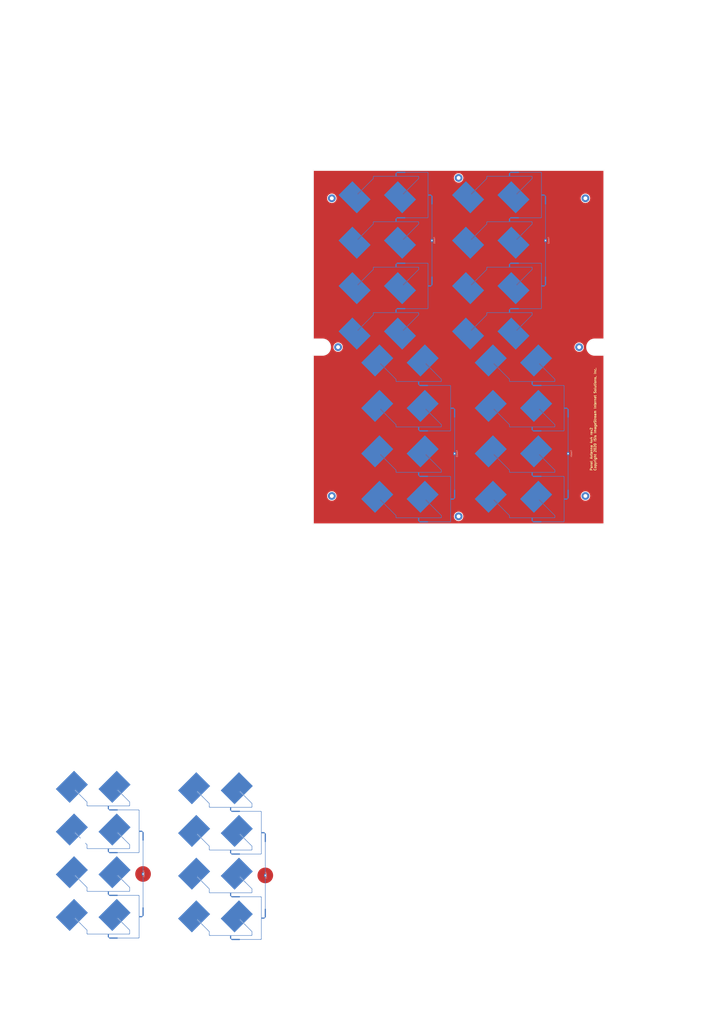
<source format=kicad_pcb>
(kicad_pcb (version 20210108) (generator pcbnew)
  (layers (0 "F.Cu" signal) (31 "B.Cu" signal) (34 "B.Paste" user) (35 "F.Paste" user) (36 "B.SilkS" user "B.Silkscreen") (37 "F.SilkS" user "F.Silkscreen") (38 "B.Mask" user) (39 "F.Mask" user) (44 "Edge.Cuts" user))
  (net 0 "")
  (net 1 "GND")
  (net 2 "/A1E1")
  (net 3 "/A1E2")
  (net 4 "/A1E3S2")
  (net 5 "/A1E3")
  (net 6 "/A1E4")
  (net 7 "/A1E5")
  (net 8 "/A1E6")
  (net 9 "/A1E7")
  (net 10 "/A1E8")
  (net 11 "/A1P1")
  (footprint "MountingHole:MountingHole_2.5mm_Pad_TopBottom" (layer "F.Cu") (at 93 5)
    (fp_text reference "H10" hide)
    (fp_text value "Mounting Hole")
  )
  (footprint "MountingHole:MountingHole_2.5mm_Pad_TopBottom" (layer "F.Cu") (at 170 113)
    (fp_text reference "H12" hide)
    (fp_text value "Mounting Hole")
  )
  (footprint "MountingHole:MountingHole_2.5mm_Pad_TopBottom" (layer "F.Cu") (at 174 208 90)
    (fp_text reference "H4" hide)
    (fp_text value "Mounting Hole")
  )
  (footprint "MountingHole:MountingHole_2.5mm_Pad_TopBottom" (layer "F.Cu") (at 93 221)
    (fp_text reference "H9" hide)
    (fp_text value "Mounting Hole")
  )
  (footprint "MountingHole:MountingHole_2.5mm_Pad_TopBottom" (layer "F.Cu") (at 174 18)
    (fp_text reference "H2" hide)
    (fp_text value "Mounting Hole")
  )
  (footprint "MountingHole:MountingHole_2.5mm_Pad_TopBottom" (layer "F.Cu") (at 12 208)
    (fp_text reference "H3" hide)
    (fp_text value "Mounting Hole")
  )
  (footprint "MountingHole:MountingHole_2.5mm_Pad_TopBottom" (layer "F.Cu") (at 12 18)
    (fp_text reference "H1" hide)
    (fp_text value "Mounting Hole")
  )
  (footprint "MountingHole:MountingHole_2.5mm_Pad_TopBottom" (layer "F.Cu") (at 16 113)
    (fp_text reference "H11" hide)
    (fp_text value "Mounting Hole")
  )
  (footprint "Scott-RF-JLCPCB-1.2mm7628-4layer:RF-Transformer-70.71ohm" (layer "B.Cu") (at 75.99 15.94 90)
    (fp_text reference "REF**" hide)
    (fp_text value "RF-Transformer-70.71ohm" hide)
  )
  (footprint "Scott:PanelAnt5.0_V_UP_100R" (layer "B.Cu") (at -154.0715 393.615 45)
    (fp_text reference "AE5" hide)
    (fp_text value "Antenna" hide)
  )
  (footprint "Scott-RF-JLCPCB-1.2mm7628-4layer:RF-Transformer-70.71ohm-Right" (layer "B.Cu") (at 67.48 137.466136)
    (fp_text reference "REF**" hide)
    (fp_text value "RF-Transformer-70.71ohm-Right" hide)
  )
  (footprint "Scott-RF-JLCPCB-1.2mm7628-4layer:RF-Angle-100ohm" (layer "B.Cu") (at 87.9 137.466136 90)
    (fp_text reference "AA5" hide)
    (fp_text value "RFAngle" hide)
  )
  (footprint "Scott:PanelAnt5.0_V_UP_100R" (layer "B.Cu") (at -48.72 476.3 45)
    (fp_text reference "AE4" hide)
    (fp_text value "Antenna" hide)
  )
  (footprint "Scott-RF-JLCPCB-1.2mm7628-4layer:RF-Transformer-70.71ohm" (layer "B.Cu") (at 90.45 151.966136 90)
    (fp_text reference "REF**" hide)
    (fp_text value "RF-Transformer-70.71ohm" hide)
  )
  (footprint "Scott-RF-JLCPCB-1.2mm7628-4layer:RF-Angle-100ohm" (layer "B.Cu") (at 53 163.921136 -90)
    (fp_text reference "AA5" hide)
    (fp_text value "RFAngle" hide)
  )
  (footprint "Scott-RF-JLCPCB-1.2mm7628-4layer:RF-Transformer-70.71ohm-Right" (layer "B.Cu") (at 90.45 209.966136 90)
    (fp_text reference "REF**" hide)
    (fp_text value "RF-Transformer-70.71ohm-Right" hide)
  )
  (footprint "Scott-RF-JLCPCB-1.2mm7628-4layer:RF-Transformer-70.71ohm" (layer "B.Cu") (at 53.03 59.44 180)
    (fp_text reference "REF**" hide)
    (fp_text value "RF-Transformer-70.71ohm" hide)
  )
  (footprint "Scott:PanelAnt5.0_V_UP_100R" (layer "B.Cu") (at 70.018864 150.51 45)
    (fp_text reference "AE3" hide)
    (fp_text value "Antenna" hide)
  )
  (footprint "Scott:Flat_Ant_Hole" (layer "B.Cu") (at -108.5815 449.25 90)
    (fp_text reference "Feed1")
    (fp_text value "Feed1")
  )
  (footprint "Scott-RF-JLCPCB-1.2mm7628-4layer:RF-Transformer-70.71ohm-Right" (layer "B.Cu") (at -130.7365 462.88)
    (fp_text reference "REF**" hide)
    (fp_text value "RF-Transformer-70.71ohm-Right" hide)
  )
  (footprint "Scott-RF-JLCPCB-1.2mm7628-4layer:RF-Transformer-70.71ohm" (layer "B.Cu") (at 125.53 1.44 180)
    (fp_text reference "REF**" hide)
    (fp_text value "RF-Transformer-70.71ohm" hide)
  )
  (footprint "Scott-RF-JLCPCB-1.2mm7628-4layer:RF-Angle-100ohm" (layer "B.Cu") (at 67.5 32.985 90)
    (fp_text reference "AA5" hide)
    (fp_text value "RFAngle" hide)
  )
  (footprint "Scott-RF-JLCPCB-1.2mm7628-4layer:RF-Transformer-70.71ohm-Right" (layer "B.Cu") (at -108.5665 476.51 90)
    (fp_text reference "REF**" hide)
    (fp_text value "RF-Transformer-70.71ohm-Right" hide)
  )
  (footprint "Scott-RF-JLCPCB-1.2mm7628-4layer:RF-Angle-100ohm" (layer "B.Cu") (at 67.51 3.985 90)
    (fp_text reference "AA5" hide)
    (fp_text value "RFAngle" hide)
  )
  (footprint "Scott:PanelAnt5.0_V_UP_100R" (layer "B.Cu") (at -75.98 476.3 45)
    (fp_text reference "AE2" hide)
    (fp_text value "Antenna" hide)
  )
  (footprint "Scott:PanelAnt5.0_V_UP_100R" (layer "B.Cu") (at -126.8115 420.875 45)
    (fp_text reference "AE8" hide)
    (fp_text value "Antenna" hide)
  )
  (footprint "Scott:PanelAnt5.0_V_UP_100R" (layer "B.Cu") (at 142.518864 208.51 45)
    (fp_text reference "AE3" hide)
    (fp_text value "Antenna" hide)
  )
  (footprint "Scott-RF-JLCPCB-1.2mm7628-4layer:RF-Angle-100ohm" (layer "B.Cu") (at 87.9 224.466136)
    (fp_text reference "AA5" hide)
    (fp_text value "RFAngle" hide)
  )
  (footprint "Scott:Flat_Ant_Hole" (layer "B.Cu") (at 162.95 180.966136 90)
    (fp_text reference "Feed4")
    (fp_text value "Feed1")
  )
  (footprint "Scott:PanelAnt5.0_V_UP_100R" (layer "B.Cu") (at 99.05 46.365 135)
    (fp_text reference "AE8" hide)
    (fp_text value "Antenna" hide)
  )
  (footprint "Scott:PanelAnt5.0_V_UP_100R" (layer "B.Cu") (at 70.018864 208.51 45)
    (fp_text reference "AE3" hide)
    (fp_text value "Antenna" hide)
  )
  (footprint "Scott-RF-JLCPCB-1.2mm7628-4layer:RF-Angle-100ohm" (layer "B.Cu") (at 145.94 30.44)
    (fp_text reference "AA5" hide)
    (fp_text value "RFAngle" hide)
  )
  (footprint "Scott-RF-JLCPCB-1.2mm7628-4layer:RF-Angle-100ohm" (layer "B.Cu") (at 154.5 134.921136)
    (fp_text reference "AA5" hide)
    (fp_text value "RFAngle" hide)
  )
  (footprint "Scott:PanelAnt5.0_V_UP_100R" (layer "B.Cu") (at 41.018864 121.51 45)
    (fp_text reference "AE1" hide)
    (fp_text value "Antenna" hide)
  )
  (footprint "Scott:PanelAnt5.0_V_UP_100R" (layer "B.Cu") (at -75.98 394.52 45)
    (fp_text reference "AE5" hide)
    (fp_text value "Antenna" hide)
  )
  (footprint "Scott:PanelAnt5.0_V_UP_100R" (layer "B.Cu") (at 128.05 17.365 135)
    (fp_text reference "AE6" hide)
    (fp_text value "Antenna" hide)
  )
  (footprint "Scott-RF-JLCPCB-1.2mm7628-4layer:RF-Angle-100ohm" (layer "B.Cu") (at 154.5 192.921136)
    (fp_text reference "AA5" hide)
    (fp_text value "RFAngle" hide)
  )
  (footprint "Scott-RF-JLCPCB-1.2mm7628-4layer:RF-Angle-100ohm" (layer "B.Cu") (at 73.44 88.44)
    (fp_text reference "AA5" hide)
    (fp_text value "RFAngle" hide)
  )
  (footprint "Scott-RF-JLCPCB-1.2mm7628-4layer:RF-Transformer-70.71ohm-Right" (layer "B.Cu") (at -130.7365 490.14)
    (fp_text reference "REF**" hide)
    (fp_text value "RF-Transformer-70.71ohm-Right" hide)
  )
  (footprint "Scott-RF-JLCPCB-1.2mm7628-4layer:RF-Angle-100ohm" (layer "B.Cu") (at 140.01 3.985 90)
    (fp_text reference "AA5" hide)
    (fp_text value "RFAngle" hide)
  )
  (footprint "Scott-RF-JLCPCB-1.2mm7628-4layer:RF-Transformer-70.71ohm" (layer "B.Cu") (at 125.53 59.44 180)
    (fp_text reference "REF**" hide)
    (fp_text value "RF-Transformer-70.71ohm" hide)
  )
  (footprint "Scott-RF-JLCPCB-1.2mm7628-4layer:RF-Transformer-70.71ohm-Right" (layer "B.Cu") (at -130.7365 435.62)
    (fp_text reference "REF**" hide)
    (fp_text value "RF-Transformer-70.71ohm-Right" hide)
  )
  (footprint "Scott-RF-JLCPCB-1.2mm7628-4layer:RF-Transformer-70.71ohm-Right" (layer "B.Cu") (at -130.7365 408.36)
    (fp_text reference "REF**" hide)
    (fp_text value "RF-Transformer-70.71ohm-Right" hide)
  )
  (footprint "Scott:PanelAnt5.0_V_UP_100R" (layer "B.Cu") (at 128.05 46.365 135)
    (fp_text reference "AE1" hide)
    (fp_text value "Antenna" hide)
  )
  (footprint "Scott-RF-JLCPCB-1.2mm7628-4layer:RF-Transformer-70.71ohm" (layer "B.Cu") (at 53.03 1.44 180)
    (fp_text reference "REF**" hide)
    (fp_text value "RF-Transformer-70.71ohm" hide)
  )
  (footprint "Scott-RF-JLCPCB-1.2mm7628-4layer:RF-Angle-100ohm" (layer "B.Cu") (at 67.51 61.985 90)
    (fp_text reference "AA5" hide)
    (fp_text value "RFAngle" hide)
  )
  (footprint "Scott-RF-JLCPCB-1.2mm7628-4layer:RF-Transformer-70.71ohm" (layer "B.Cu") (at 148.49 15.94 90)
    (fp_text reference "REF**" hide)
    (fp_text value "RF-Transformer-70.71ohm" hide)
  )
  (footprint "Scott-RF-JLCPCB-1.2mm7628-4layer:RF-Transformer-70.71ohm-Right" (layer "B.Cu") (at 139.98 224.466136)
    (fp_text reference "REF**" hide)
    (fp_text value "RF-Transformer-70.71ohm-Right" hide)
  )
  (footprint "Scott:PanelAnt5.0_V_UP_100R" (layer "B.Cu") (at 41.018864 208.51 45)
    (fp_text reference "AE6" hide)
    (fp_text value "Antenna" hide)
  )
  (footprint "Scott-RF-JLCPCB-1.2mm7628-4layer:RF-Angle-100ohm" (layer "B.Cu") (at -33.02 436.525)
    (fp_text reference "AA5" hide)
    (fp_text value "RFAngle" hide)
  )
  (footprint "Scott:PanelAnt5.0_V_UP_100R" (layer "B.Cu") (at -154.0715 420.875 45)
    (fp_text reference "AE6" hide)
    (fp_text value "Antenna" hide)
  )
  (footprint "Scott:PanelAnt5.0_V_UP_100R" (layer "B.Cu") (at 142.518864 150.51 45)
    (fp_text reference "AE3" hide)
    (fp_text value "Antenna" hide)
  )
  (footprint "Scott-RF-JLCPCB-1.2mm7628-4layer:RF-Angle-100ohm" (layer "B.Cu") (at 125.5 134.921136 -90)
    (fp_text reference "AA5" hide)
    (fp_text value "RFAngle" hide)
  )
  (footprint "Scott-RF-JLCPCB-1.2mm7628-4layer:RF-Angle-100ohm" (layer "B.Cu") (at -33.02 491.045)
    (fp_text reference "AA5" hide)
    (fp_text value "RFAngle" hide)
  )
  (footprint "Scott:PanelAnt5.0_V_UP_100R" (layer "B.Cu") (at 55.55 46.365 135)
    (fp_text reference "AE1" hide)
    (fp_text value "Antenna" hide)
  )
  (footprint "Scott-RF-JLCPCB-1.2mm7628-4layer:RF-Transformer-70.71ohm-Right" (layer "B.Cu") (at -52.645 409.265)
    (fp_text reference "REF**" hide)
    (fp_text value "RF-Transformer-70.71ohm-Right" hide)
  )
  (footprint "Scott-RF-JLCPCB-1.2mm7628-4layer:RF-Angle-100ohm" (layer "B.Cu") (at 67.5 90.985 90)
    (fp_text reference "AA5" hide)
    (fp_text value "RFAngle" hide)
  )
  (footprint "Scott-RF-JLCPCB-1.2mm7628-4layer:RF-Transformer-70.71ohm" (layer "B.Cu") (at 125.52 88.44 180)
    (fp_text reference "REF**" hide)
    (fp_text value "RF-Transformer-70.71ohm" hide)
  )
  (footprint "Scott:PanelAnt5.0_V_UP_100R" (layer "B.Cu") (at 41.018864 179.51 45)
    (fp_text reference "AE1" hide)
    (fp_text value "Antenna" hide)
  )
  (footprint "Scott:PanelAnt5.0_V_UP_100R" (layer "B.Cu") (at 26.55 17.365 135)
    (fp_text reference "AE3" hide)
    (fp_text value "Antenna" hide)
  )
  (footprint "Scott:Flat_Ant_Hole" (layer "B.Cu") (at 90.45 180.966136 90)
    (fp_text reference "Feed3")
    (fp_text value "Feed1")
  )
  (footprint "Scott-RF-JLCPCB-1.2mm7628-4layer:RF-Angle-100ohm" (layer "B.Cu") (at 38.51 3.985 180)
    (fp_text reference "AA5" hide)
    (fp_text value "RFAngle" hide)
  )
  (footprint "Scott:Flat_Ant_Hole" (layer "B.Cu") (at 75.99 44.94 90)
    (fp_text reference "Feed1")
    (fp_text value "Feed1")
  )
  (footprint "Scott-RF-JLCPCB-1.2mm7628-4layer:RF-Angle-100ohm" (layer "B.Cu") (at 38.5 32.985 180)
    (fp_text reference "AA5" hide)
    (fp_text value "RFAngle" hide)
  )
  (footprint "Scott-RF-JLCPCB-1.2mm7628-4layer:RF-Angle-100ohm" (layer "B.Cu") (at -111.1115 490.14)
    (fp_text reference "AA5" hide)
    (fp_text value "RFAngle" hide)
  )
  (footprint "Scott-RF-JLCPCB-1.2mm7628-4layer:RF-Transformer-70.71ohm-Right" (layer "B.Cu") (at -30.475 477.415 90)
    (fp_text reference "REF**" hide)
    (fp_text value "RF-Transformer-70.71ohm-Right" hide)
  )
  (footprint "Scott-RF-JLCPCB-1.2mm7628-4layer:RF-Angle-100ohm" (layer "B.Cu") (at -33.02 409.265 90)
    (fp_text reference "AA5" hide)
    (fp_text value "RFAngle" hide)
  )
  (footprint "Scott:PanelAnt5.0_V_UP_100R" (layer "B.Cu") (at 142.518864 121.51 45)
    (fp_text reference "AE8" hide)
    (fp_text value "Antenna" hide)
  )
  (footprint "Scott-RF-JLCPCB-1.2mm7628-4layer:RF-Angle-100ohm" (layer "B.Cu") (at 160.4 137.466136 90)
    (fp_text reference "AA5" hide)
    (fp_text value "RFAngle" hide)
  )
  (footprint "Scott:PanelAnt5.0_V_UP_100R" (layer "B.Cu") (at 128.05 104.365 135)
    (fp_text reference "AE1" hide)
    (fp_text value "Antenna" hide)
  )
  (footprint "Scott:PanelAnt5.0_V_UP_100R" (layer "B.Cu") (at -48.72 421.78 45)
    (fp_text reference "AE8" hide)
    (fp_text value "Antenna" hide)
  )
  (footprint "Scott-RF-JLCPCB-1.2mm7628-4layer:RF-Transformer-70.71ohm-Right" (layer "B.Cu") (at 139.98 195.466136)
    (fp_text reference "REF**" hide)
    (fp_text value "RF-Transformer-70.71ohm-Right" hide)
  )
  (footprint "Scott-RF-JLCPCB-1.2mm7628-4layer:RF-Transformer-70.71ohm-Right" (layer "B.Cu") (at -52.645 436.525)
    (fp_text reference "REF**" hide)
    (fp_text value "RF-Transformer-70.71ohm-Right" hide)
  )
  (footprint "Scott-RF-JLCPCB-1.2mm7628-4layer:RF-Angle-100ohm" (layer "B.Cu") (at -66.28 461.24 -90)
    (fp_text reference "AA5" hide)
    (fp_text value "RFAngle" hide)
  )
  (footprint "Scott:PanelAnt5.0_V_UP_100R" (layer "B.Cu") (at 113.518864 150.51 45)
    (fp_text reference "AE6" hide)
    (fp_text value "Antenna" hide)
  )
  (footprint "Scott-RF-JLCPCB-1.2mm7628-4layer:RF-Angle-100ohm" (layer "B.Cu") (at -117.1115 487.595)
    (fp_text reference "AA5" hide)
    (fp_text value "RFAngle" hide)
  )
  (footprint "Scott-RF-JLCPCB-1.2mm7628-4layer:RF-Angle-100ohm" (layer "B.Cu") (at 53 221.921136 -90)
    (fp_text reference "AA5" hide)
    (fp_text value "RFAngle" hide)
  )
  (footprint "Scott-RF-JLCPCB-1.2mm7628-4layer:RF-Angle-100ohm" (layer "B.Cu") (at 38.51 61.985 180)
    (fp_text reference "AA5" hide)
    (fp_text value "RFAngle" hide)
  )
  (footprint "Scott-RF-JLCPCB-1.2mm7628-4layer:RF-Angle-100ohm" (layer "B.Cu") (at -144.3715 487.595 -90)
    (fp_text reference "AA5" hide)
    (fp_text value "RFAngle" hide)
  )
  (footprint "Scott-RF-JLCPCB-1.2mm7628-4layer:RF-Angle-100ohm" (layer "B.Cu") (at -111.1115 462.88 90)
    (fp_text reference "AA5" hide)
    (fp_text value "RFAngle" hide)
  )
  (footprint "Scott-RF-JLCPCB-1.2mm7628-4layer:RF-Angle-100ohm" (layer "B.Cu") (at 82 134.921136)
    (fp_text reference "AA5" hide)
    (fp_text value "RFAngle" hide)
  )
  (footprint "Scott-RF-JLCPCB-1.2mm7628-4layer:RF-Transformer-70.71ohm-Right" (layer "B.Cu") (at 75.99 73.94 90)
    (fp_text reference "REF**" hide)
    (fp_text value "RF-Transformer-70.71ohm-Right" hide)
  )
  (footprint "Scott:PanelAnt5.0_V_UP_100R" (layer "B.Cu") (at 55.55 17.365 135)
    (fp_text reference "AE6" hide)
    (fp_text value "Antenna" hide)
  )
  (footprint "Scott:PanelAnt5.0_V_UP_100R" (layer "B.Cu") (at 113.518864 208.51 45)
    (fp_text reference "AE6" hide)
    (fp_text value "Antenna" hide)
  )
  (footprint "Scott:PanelAnt5.0_V_UP_100R" (layer "B.Cu") (at 26.55 104.365 135)
    (fp_text reference "AE8" hide)
    (fp_text value "Antenna" hide)
  )
  (footprint "Scott:Flat_Ant_Hole" (layer "B.Cu") (at 148.49 44.94 90)
    (fp_text reference "Feed2")
    (fp_text value "Feed1")
  )
  (footprint "Scott-RF-JLCPCB-1.2mm7628-4layer:RF-Angle-100ohm" (layer "B.Cu") (at -33.02 463.785 90)
    (fp_text reference "AA5" hide)
    (fp_text value "RFAngle" hide)
  )
  (footprint "Scott-RF-JLCPCB-1.2mm7628-4layer:RF-Transformer-70.71ohm" (layer "B.Cu") (at 125.52 30.44 180)
    (fp_text reference "REF**" hide)
    (fp_text value "RF-Transformer-70.71ohm" hide)
  )
  (footprint "Scott-RF-JLCPCB-1.2mm7628-4layer:RF-Angle-100ohm" (layer "B.Cu") (at 111.01 61.985 180)
    (fp_text reference "AA5" hide)
    (fp_text value "RFAngle" hide)
  )
  (footprint "Scott-RF-JLCPCB-1.2mm7628-4layer:RF-Angle-100ohm" (layer "B.Cu") (at -111.1115 408.36 90)
    (fp_text reference "AA5" hide)
    (fp_text value "RFAngle" hide)
  )
  (footprint "Scott-RF-JLCPCB-1.2mm7628-4layer:RF-Angle-100ohm" (layer "B.Cu") (at -117.1115 460.335)
    (fp_text reference "AA5" hide)
    (fp_text value "RFAngle" hide)
  )
  (footprint "Scott:PanelAnt5.0_V_UP_100R" (layer "B.Cu") (at 26.55 75.365 135)
    (fp_text reference "AE3" hide)
    (fp_text value "Antenna" hide)
  )
  (footprint "Scott-RF-JLCPCB-1.2mm7628-4layer:RF-Angle-100ohm" (layer "B.Cu") (at 140.01 61.985 90)
    (fp_text reference "AA5" hide)
    (fp_text value "RFAngle" hide)
  )
  (footprint "Scott-RF-JLCPCB-1.2mm7628-4layer:RF-Angle-100ohm" (layer "B.Cu") (at -144.3715 433.075 -90)
    (fp_text reference "AA5" hide)
    (fp_text value "RFAngle" hide)
  )
  (footprint "Scott-RF-JLCPCB-1.2mm7628-4layer:RF-Angle-100ohm" (layer "B.Cu") (at 111 90.985 180)
    (fp_text reference "AA5" hide)
    (fp_text value "RFAngle" hide)
  )
  (footprint "Scott-RF-JLCPCB-1.2mm7628-4layer:RF-Angle-100ohm" (layer "B.Cu") (at 160.4 195.466136 90)
    (fp_text reference "AA5" hide)
    (fp_text value "RFAngle" hide)
  )
  (footprint "Scott:PanelAnt5.0_V_UP_100R" (layer "B.Cu") (at 142.518864 179.51 45)
    (fp_text reference "AE8" hide)
    (fp_text value "Antenna" hide)
  )
  (footprint "Scott-RF-JLCPCB-1.2mm7628-4layer:RF-Angle-100ohm" (layer "B.Cu") (at -111.1115 435.62)
    (fp_text reference "AA5" hide)
    (fp_text value "RFAngle" hide)
  )
  (footprint "Scott:PanelAnt5.0_V_UP_100R" (layer "B.Cu") (at 113.518864 121.51 45)
    (fp_text reference "AE1" hide)
    (fp_text value "Antenna" hide)
  )
  (footprint "Scott-RF-JLCPCB-1.2mm7628-4layer:RF-Angle-100ohm" (layer "B.Cu") (at 73.44 1.44 90)
    (fp_text reference "AA5" hide)
    (fp_text value "RFAngle" hide)
  )
  (footprint "Scott-RF-JLCPCB-1.2mm7628-4layer:RF-Angle-100ohm" (layer "B.Cu") (at 125.5 192.921136 -90)
    (fp_text reference "AA5" hide)
    (fp_text value "RFAngle" hide)
  )
  (footprint "Scott:PanelAnt5.0_V_UP_100R" (layer "B.Cu") (at 113.518864 179.51 45)
    (fp_text reference "AE1" hide)
    (fp_text value "Antenna" hide)
  )
  (footprint "Scott-RF-JLCPCB-1.2mm7628-4layer:RF-Angle-100ohm" (layer "B.Cu") (at -66.28 406.72 -90)
    (fp_text reference "AA5" hide)
    (fp_text value "RFAngle" hide)
  )
  (footprint "Scott-RF-JLCPCB-1.2mm7628-4layer:RF-Transformer-70.71ohm" (layer "B.Cu") (at -108.5665 421.99 90)
    (fp_text reference "REF**" hide)
    (fp_text value "RF-Transformer-70.71ohm" hide)
  )
  (footprint "Scott-RF-JLCPCB-1.2mm7628-4layer:RF-Angle-100ohm" (layer "B.Cu") (at -39.02 406.72)
    (fp_text reference "AA5" hide)
    (fp_text value "RFAngle" hide)
  )
  (footprint "Scott:PanelAnt5.0_V_UP_100R" (layer "B.Cu") (at 55.55 75.365 135)
    (fp_text reference "AE6" hide)
    (fp_text value "Antenna" hide)
  )
  (footprint "Scott-RF-JLCPCB-1.2mm7628-4layer:RF-Angle-100ohm" (layer "B.Cu") (at 111.01 3.985 180)
    (fp_text reference "AA5" hide)
    (fp_text value "RFAngle" hide)
  )
  (footprint "Scott-RF-JLCPCB-1.2mm7628-4layer:RF-Angle-100ohm" (layer "B.Cu") (at -39.02 488.5)
    (fp_text reference "AA5" hide)
    (fp_text value "RFAngle" hide)
  )
  (footprint "Scott-RF-JLCPCB-1.2mm7628-4layer:RF-Transformer-70.71ohm" (layer "B.Cu") (at 162.95 151.966136 90)
    (fp_text reference "REF**" hide)
    (fp_text value "RF-Transformer-70.71ohm" hide)
  )
  (footprint "Scott-RF-JLCPCB-1.2mm7628-4layer:RF-Transformer-70.71ohm-Right" (layer "B.Cu") (at 67.48 195.466136)
    (fp_text reference "REF**" hide)
    (fp_text value "RF-Transformer-70.71ohm-Right" hide)
  )
  (footprint "Scott-RF-JLCPCB-1.2mm7628-4layer:RF-Angle-100ohm" (layer "B.Cu") (at 87.9 166.466136)
    (fp_text reference "AA5" hide)
    (fp_text value "RFAngle" hide)
  )
  (footprint "Scott-RF-JLCPCB-1.2mm7628-4layer:RF-Angle-100ohm" (layer "B.Cu") (at 82 221.921136)
    (fp_text reference "AA5" hide)
    (fp_text value "RFAngle" hide)
  )
  (footprint "Scott-RF-JLCPCB-1.2mm7628-4layer:RF-Angle-100ohm" (layer "B.Cu") (at 111 32.985 180)
    (fp_text reference "AA5" hide)
    (fp_text value "RFAngle" hide)
  )
  (footprint "Scott:PanelAnt5.0_V_UP_100R" (layer "B.Cu") (at 99.05 17.365 135)
    (fp_text reference "AE3" hide)
    (fp_text value "Antenna" hide)
  )
  (footprint "Scott-RF-JLCPCB-1.2mm7628-4layer:RF-Angle-100ohm" (layer "B.Cu") (at 140 32.985 90)
    (fp_text reference "AA5" hide)
    (fp_text value "RFAngle" hide)
  )
  (footprint "Scott:PanelAnt5.0_V_UP_100R" (layer "B.Cu") (at -126.8115 393.615 45)
    (fp_text reference "AE7" hide)
    (fp_text value "Antenna" hide)
  )
  (footprint "Scott-RF-JLCPCB-1.2mm7628-4layer:RF-Angle-100ohm" (layer "B.Cu") (at 73.44 30.44)
    (fp_text reference "AA5" hide)
    (fp_text value "RFAngle" hide)
  )
  (footprint "Scott-RF-JLCPCB-1.2mm7628-4layer:RF-Transformer-70.71ohm-Right" (layer "B.Cu") (at 139.98 166.466136)
    (fp_text reference "REF**" hide)
    (fp_text value "RF-Transformer-70.71ohm-Right" hide)
  )
  (footprint "Scott:PanelAnt5.0_V_UP_100R" (layer "B.Cu") (at -154.0715 448.135 45)
    (fp_text reference "AE1" hide)
    (fp_text value "Antenna" hide)
  )
  (footprint "Scott-RF-JLCPCB-1.2mm7628-4layer:RF-Transformer-70.71ohm-Right" (layer "B.Cu") (at 67.48 224.466136)
    (fp_text reference "REF**" hide)
    (fp_text value "RF-Transformer-70.71ohm-Right" hide)
  )
  (footprint "Scott-RF-JLCPCB-1.2mm7628-4layer:RF-Angle-100ohm" (layer "B.Cu") (at 145.94 88.44)
    (fp_text reference "AA5" hide)
    (fp_text value "RFAngle" hide)
  )
  (footprint "Scott-RF-JLCPCB-1.2mm7628-4layer:RF-Angle-100ohm" (layer "B.Cu") (at 82 163.921136)
    (fp_text reference "AA5" hide)
    (fp_text value "RFAngle" hide)
  )
  (footprint "Scott-RF-JLCPCB-1.2mm7628-4layer:RF-Transformer-70.71ohm-Right" (layer "B.Cu") (at 139.98 137.466136)
    (fp_text reference "REF**" hide)
    (fp_text value "RF-Transformer-70.71ohm-Right" hide)
  )
  (footprint "Scott-RF-JLCPCB-1.2mm7628-4layer:RF-Angle-100ohm" (layer "B.Cu") (at 125.5 163.921136 -90)
    (fp_text reference "AA5" hide)
    (fp_text value "RFAngle" hide)
  )
  (footprint "Scott-RF-JLCPCB-1.2mm7628-4layer:RF-Angle-100ohm" (layer "B.Cu") (at 82 192.921136)
    (fp_text reference "AA5" hide)
    (fp_text value "RFAngle" hide)
  )
  (footprint "Scott-RF-JLCPCB-1.2mm7628-4layer:RF-Angle-100ohm" (layer "B.Cu") (at 154.5 163.921136)
    (fp_text reference "AA5" hide)
    (fp_text value "RFAngle" hide)
  )
  (footprint "Scott:PanelAnt5.0_V_UP_100R" (layer "B.Cu") (at -126.8115 475.395 45)
    (fp_text reference "AE4" hide)
    (fp_text value "Antenna" hide)
  )
  (footprint "Scott:PanelAnt5.0_V_UP_100R" (layer "B.Cu") (at -48.72 449.04 45)
    (fp_text reference "AE3" hide)
    (fp_text value "Antenna" hide)
  )
  (footprint "Scott-RF-JLCPCB-1.2mm7628-4layer:RF-Angle-100ohm" (layer "B.Cu") (at -144.3715 460.335 -90)
    (fp_text reference "AA5" hide)
    (fp_text value "RFAngle" hide)
  )
  (footprint "Scott-RF-JLCPCB-1.2mm7628-4layer:RF-Transformer-70.71ohm" (layer "B.Cu") (at 53.02 30.44 180)
    (fp_text reference "REF**" hide)
    (fp_text value "RF-Transformer-70.71ohm" hide)
  )
  (footprint "Scott:PanelAnt5.0_V_UP_100R" (layer "B.Cu") (at 70.018864 121.51 45)
    (fp_text reference "AE8" hide)
    (fp_text value "Antenna" hide)
  )
  (footprint "Scott-RF-JLCPCB-1.2mm7628-4layer:RF-Angle-100ohm" (layer "B.Cu") (at 154.5 221.921136)
    (fp_text reference "AA5" hide)
    (fp_text value "RFAngle" hide)
  )
  (footprint "Scott:PanelAnt5.0_V_UP_100R" (layer "B.Cu") (at 41.018864 150.51 45)
    (fp_text reference "AE6" hide)
    (fp_text value "Antenna" hide)
  )
  (footprint "Scott:PanelAnt5.0_V_UP_100R" (layer "B.Cu") (at -48.72 394.52 45)
    (fp_text reference "AE7" hide)
    (fp_text value "Antenna" hide)
  )
  (footprint "Scott:PanelAnt5.0_V_UP_100R" (layer "B.Cu") (at 55.55 104.365 135)
    (fp_text reference "AE1" hide)
    (fp_text value "Antenna" hide)
  )
  (footprint "Scott-RF-JLCPCB-1.2mm7628-4layer:RF-Angle-100ohm" (layer "B.Cu") (at -144.3715 405.815 -90)
    (fp_text reference "AA5" hide)
    (fp_text value "RFAngle" hide)
  )
  (footprint "Scott-RF-JLCPCB-1.2mm7628-4layer:RF-Angle-100ohm" (layer "B.Cu") (at 140 90.985 90)
    (fp_text reference "AA5" hide)
    (fp_text value "RFAngle" hide)
  )
  (footprint "Scott:PanelAnt5.0_V_UP_100R" (layer "B.Cu") (at -154.0715 475.395 45)
    (fp_text reference "AE2" hide)
    (fp_text value "Antenna" hide)
  )
  (footprint "Scott-RF-JLCPCB-1.2mm7628-4layer:RF-Transformer-70.71ohm" (layer "B.Cu") (at 53.02 88.44 180)
    (fp_text reference "REF**" hide)
    (fp_text value "RF-Transformer-70.71ohm" hide)
  )
  (footprint "Scott-RF-JLCPCB-1.2mm7628-4layer:RF-Angle-100ohm" (layer "B.Cu") (at 53 192.921136 -90)
    (fp_text reference "AA5" hide)
    (fp_text value "RFAngle" hide)
  )
  (footprint "Scott-RF-JLCPCB-1.2mm7628-4layer:RF-Angle-100ohm" (layer "B.Cu") (at 53 134.921136 -90)
    (fp_text reference "AA5" hide)
    (fp_text value "RFAngle" hide)
  )
  (footprint "Scott:Flat_Ant_Hole" (layer "B.Cu") (at -30.49 450.155 90)
    (fp_text reference "Feed1")
    (fp_text value "Feed1")
  )
  (footprint "Scott-RF-JLCPCB-1.2mm7628-4layer:RF-Angle-100ohm" (layer "B.Cu") (at -39.02 461.24)
    (fp_text reference "AA5" hide)
    (fp_text value "RFAngle" hide)
  )
  (footprint "Scott-RF-JLCPCB-1.2mm7628-4layer:RF-Transformer-70.71ohm-Right" (layer "B.Cu") (at 67.48 166.466136)
    (fp_text reference "REF**" hide)
    (fp_text value "RF-Transformer-70.71ohm-Right" hide)
  )
  (footprint "Scott-RF-JLCPCB-1.2mm7628-4layer:RF-Transformer-70.71ohm-Right" (layer "B.Cu") (at -52.645 463.785)
    (fp_text reference "REF**" hide)
    (fp_text value "RF-Transformer-70.71ohm-Right" hide)
  )
  (footprint "Scott-RF-JLCPCB-1.2mm7628-4layer:RF-Transformer-70.71ohm-Right" (layer "B.Cu") (at -52.645 491.045)
    (fp_text reference "REF**" hide)
    (fp_text value "RF-Transformer-70.71ohm-Right" hide)
  )
  (footprint "Scott-RF-JLCPCB-1.2mm7628-4layer:RF-Angle-100ohm" (layer "B.Cu") (at -117.1115 433.075)
    (fp_text reference "AA5" hide)
    (fp_text value "RFAngle" hide)
  )
  (footprint "Scott:PanelAnt5.0_V_UP_100R" (layer "B.Cu") (at -126.8115 448.135 45)
    (fp_text reference "AE3" hide)
    (fp_text value "Antenna" hide)
  )
  (footprint "Scott-RF-JLCPCB-1.2mm7628-4layer:RF-Angle-100ohm" (layer "B.Cu") (at -66.28 433.98 -90)
    (fp_text reference "AA5" hide)
    (fp_text value "RFAngle" hide)
  )
  (footprint "Scott-RF-JLCPCB-1.2mm7628-4layer:RF-Transformer-70.71ohm-Right" (layer "B.Cu") (at 162.95 209.966136 90)
    (fp_text reference "REF**" hide)
    (fp_text value "RF-Transformer-70.71ohm-Right" hide)
  )
  (footprint "Scott-RF-JLCPCB-1.2mm7628-4layer:RF-Transformer-70.71ohm-Right" (layer "B.Cu") (at 148.49 73.94 90)
    (fp_text reference "REF**" hide)
    (fp_text value "RF-Transformer-70.71ohm-Right" hide)
  )
  (footprint "Scott-RF-JLCPCB-1.2mm7628-4layer:RF-Angle-100ohm" (layer "B.Cu") (at 145.94 1.44 90)
    (fp_text reference "AA5" hide)
    (fp_text value "RFAngle" hide)
  )
  (footprint "Scott-RF-JLCPCB-1.2mm7628-4layer:RF-Transformer-70.71ohm" (layer "B.Cu") (at -30.475 422.895 90)
    (fp_text reference "REF**" hide)
    (fp_text value "RF-Transformer-70.71ohm" hide)
  )
  (footprint "Scott-RF-JLCPCB-1.2mm7628-4layer:RF-Angle-100ohm" (layer "B.Cu") (at 73.44 59.44 90)
    (fp_text reference "AA5" hide)
    (fp_text value "RFAngle" hide)
  )
  (footprint "Scott-RF-JLCPCB-1.2mm7628-4layer:RF-Angle-100ohm" (layer "B.Cu") (at 87.9 195.466136 90)
    (fp_text reference "AA5" hide)
    (fp_text value "RFAngle" hide)
  )
  (footprint "Scott-RF-JLCPCB-1.2mm7628-4layer:RF-Angle-100ohm" (layer "B.Cu") (at -66.28 488.5 -90)
    (fp_text reference "AA5" hide)
    (fp_text value "RFAngle" hide)
  )
  (footprint "Scott-RF-JLCPCB-1.2mm7628-4layer:RF-Angle-100ohm" (layer "B.Cu") (at 160.4 166.466136)
    (fp_text reference "AA5" hide)
    (fp_text value "RFAngle" hide)
  )
  (footprint "Scott:PanelAnt5.0_V_UP_100R" (layer "B.Cu") (at -75.98 449.04 45)
    (fp_text reference "AE1" hide)
    (fp_text value "Antenna" hide)
  )
  (footprint "Scott:PanelAnt5.0_V_UP_100R" (layer "B.Cu") (at 99.05 104.365 135)
    (fp_text reference "AE8" hide)
    (fp_text value "Antenna" hide)
  )
  (footprint "Scott:PanelAnt5.0_V_UP_100R" (layer "B.Cu") (at -75.98 421.78 45)
    (fp_text reference "AE6" hide)
    (fp_text value "Antenna" hide)
  )
  (footprint "Scott:PanelAnt5.0_V_UP_100R" (layer "B.Cu") (at 26.55 46.365 135)
    (fp_text reference "AE8" hide)
    (fp_text value "Antenna" hide)
  )
  (footprint "Scott:PanelAnt5.0_V_UP_100R" (layer "B.Cu") (at 128.05 75.365 135)
    (fp_text reference "AE6" hide)
    (fp_text value "Antenna" hide)
  )
  (footprint "Scott-RF-JLCPCB-1.2mm7628-4layer:RF-Angle-100ohm" (layer "B.Cu") (at 38.5 90.985 180)
    (fp_text reference "AA5" hide)
    (fp_text value "RFAngle" hide)
  )
  (footprint "Scott-RF-JLCPCB-1.2mm7628-4layer:RF-Angle-100ohm" (layer "B.Cu") (at 145.94 59.44 90)
    (fp_text reference "AA5" hide)
    (fp_text value "RFAngle" hide)
  )
  (footprint "Scott-RF-JLCPCB-1.2mm7628-4layer:RF-Angle-100ohm" (layer "B.Cu") (at -117.1115 405.815)
    (fp_text reference "AA5" hide)
    (fp_text value "RFAngle" hide)
  )
  (footprint "Scott-RF-JLCPCB-1.2mm7628-4layer:RF-Angle-100ohm" (layer "B.Cu") (at -39.02 433.98)
    (fp_text reference "AA5" hide)
    (fp_text value "RFAngle" hide)
  )
  (footprint "Scott-RF-JLCPCB-1.2mm7628-4layer:RF-Angle-100ohm" (layer "B.Cu") (at 125.5 221.921136 -90)
    (fp_text reference "AA5" hide)
    (fp_text value "RFAngle" hide)
  )
  (footprint "Scott:PanelAnt5.0_V_UP_100R" (layer "B.Cu") (at 70.018864 179.51 45)
    (fp_text reference "AE8" hide)
    (fp_text value "Antenna" hide)
  )
  (footprint "Scott:PanelAnt5.0_V_UP_100R" (layer "B.Cu") (at 99.05 75.365 135)
    (fp_text reference "AE3" hide)
    (fp_text value "Antenna" hide)
  )
  (footprint "Scott-RF-JLCPCB-1.2mm7628-4layer:RF-Angle-100ohm" (layer "B.Cu") (at 160.4 224.466136)
    (fp_text reference "AA5" hide)
    (fp_text value "RFAngle" hide)
  )
  (gr_line (start 6 118) (end 0 118) (layer "Edge.Cuts") (width 0.1))
  (gr_line (start 186 118) (end 186 226) (layer "Edge.Cuts") (width 0.1))
  (gr_line (start 180 108) (end 186 108) (layer "Edge.Cuts") (width 0.1))
  (gr_line (start 0 0) (end 186 0) (layer "Edge.Cuts") (width 0.1))
  (gr_arc (start 6 113) (end 6 118) (angle -180) (layer "Edge.Cuts") (width 0.1))
  (gr_line (start 0 226) (end 0 118) (layer "Edge.Cuts") (width 0.1))
  (gr_arc (start 180 113) (end 180 108) (angle -180) (layer "Edge.Cuts") (width 0.1))
  (gr_line (start 180 118) (end 186 118) (layer "Edge.Cuts") (width 0.1))
  (gr_line (start 0 108) (end 0 0) (layer "Edge.Cuts") (width 0.1))
  (gr_line (start 0 226) (end 186 226) (layer "Edge.Cuts") (width 0.1))
  (gr_line (start 6 108) (end 0 108) (layer "Edge.Cuts") (width 0.1))
  (gr_line (start 186 0) (end 186 108) (layer "Edge.Cuts") (width 0.1))
  (gr_text "Panel Antenna 4x4 rev2\nCopyright 2020 ISis ImageStream Internet Solutions, Inc." (at 179 192 90) (layer "F.SilkS") (effects (font (size 1.5 1.5) (thickness 0.3)) (justify left)))
  (segment (start -144.3715 403.32) (end -145.3715 402.32) (width 0.3082) (layer "B.Cu") (net 4))
  (segment (start 145.619 30.44) (end 131.44 30.44) (width 0.313) (layer "B.Cu") (net 4))
  (segment (start 87.579 224.466136) (end 73.4 224.466136) (width 0.313) (layer "B.Cu") (net 4))
  (segment (start -144.3715 460.05) (end -144.3715 457.84) (width 0.3082) (layer "B.Cu") (net 4))
  (segment (start 160.079 224.466136) (end 145.9 224.466136) (width 0.313) (layer "B.Cu") (net 4))
  (segment (start -66.28 488.215) (end -66.28 486.005) (width 0.3082) (layer "B.Cu") (net 4))
  (segment (start 154.25 134.921136) (end 125.75 134.921136) (width 0.313) (layer "B.Cu") (net 4))
  (segment (start -67.28 457.74) (end -70.5 454.52) (width 0.3082) (layer "B.Cu") (net 4))
  (segment (start -33.02 409.586) (end -33.02 436.195) (width 0.3082) (layer "B.Cu") (net 4))
  (segment (start -145.3715 402.32) (end -145.3715 402.315) (width 0.3082) (layer "B.Cu") (net 4))
  (segment (start -145.3715 456.84) (end -145.3715 456.835) (width 0.3082) (layer "B.Cu") (net 4))
  (segment (start -145.3715 484.095) (end -148.6115 480.855) (width 0.3082) (layer "B.Cu") (net 4))
  (segment (start 145.619 88.44) (end 131.44 88.44) (width 0.313) (layer "B.Cu") (net 4))
  (segment (start -67.28 485.005) (end -67.28 485) (width 0.3082) (layer "B.Cu") (net 4))
  (segment (start -33.341 436.525) (end -46.99 436.525) (width 0.3082) (layer "B.Cu") (net 4))
  (segment (start 81.75 163.921136) (end 53.25 163.921136) (width 0.313) (layer "B.Cu") (net 4))
  (segment (start -111.1115 408.681) (end -111.1115 435.29) (width 0.3082) (layer "B.Cu") (net 4))
  (segment (start 87.579 166.466136) (end 73.4 166.466136) (width 0.313) (layer "B.Cu") (net 4))
  (segment (start -67.28 403.225) (end -67.28 403.22) (width 0.3082) (layer "B.Cu") (net 4))
  (segment (start -144.3715 430.58) (end -144.3715 432.79) (width 0.3082) (layer "B.Cu") (net 4))
  (segment (start -145.3715 456.835) (end -148.5915 453.615) (width 0.3082) (layer "B.Cu") (net 4))
  (segment (start 38.75 32.985) (end 67.25 32.985) (width 0.313) (layer "B.Cu") (net 4))
  (segment (start -33.341 491.045) (end -46.99 491.045) (width 0.3082) (layer "B.Cu") (net 4))
  (segment (start -144.3715 457.84) (end -145.3715 456.84) (width 0.3082) (layer "B.Cu") (net 4))
  (segment (start -33.02 464.106) (end -33.02 490.715) (width 0.3082) (layer "B.Cu") (net 4))
  (segment (start -67.28 457.745) (end -67.28 457.74) (width 0.3082) (layer "B.Cu") (net 4))
  (segment (start -66.28 458.745) (end -67.28 457.745) (width 0.3082) (layer "B.Cu") (net 4))
  (segment (start 111.25 32.985) (end 139.75 32.985) (width 0.313) (layer "B.Cu") (net 4))
  (segment (start -145.3715 402.315) (end -148.6015 399.085) (width 0.3082) (layer "B.Cu") (net 4))
  (segment (start -144.3715 485.1) (end -145.3715 484.1) (width 0.3082) (layer "B.Cu") (net 4))
  (segment (start 111.25 90.985) (end 139.75 90.985) (width 0.313) (layer "B.Cu") (net 4))
  (segment (start 154.25 163.921136) (end 125.75 163.921136) (width 0.313) (layer "B.Cu") (net 4))
  (segment (start -144.3715 487.31) (end -144.3715 485.1) (width 0.3082) (layer "B.Cu") (net 4))
  (segment (start -144.3715 405.53) (end -144.3715 403.32) (width 0.3082) (layer "B.Cu") (net 4))
  (segment (start -145.3715 484.1) (end -145.3715 484.095) (width 0.3082) (layer "B.Cu") (net 4))
  (segment (start -66.28 460.955) (end -66.28 458.745) (width 0.3082) (layer "B.Cu") (net 4))
  (segment (start 73.119 88.44) (end 58.94 88.44) (width 0.313) (layer "B.Cu") (net 4))
  (segment (start -67.28 403.22) (end -70.51 399.99) (width 0.3082) (layer "B.Cu") (net 4))
  (segment (start 154.25 192.921136) (end 125.75 192.921136) (width 0.313) (layer "B.Cu") (net 4))
  (segment (start -111.4325 490.14) (end -125.0815 490.14) (width 0.3082) (layer "B.Cu") (net 4))
  (segment (start -111.1115 463.201) (end -111.1115 489.81) (width 0.3082) (layer "B.Cu") (net 4))
  (segment (start -111.4325 435.62) (end -125.0815 435.62) (width 0.3082) (layer "B.Cu") (net 4))
  (segment (start 81.75 134.921136) (end 53.25 134.921136) (width 0.313) (layer "B.Cu") (net 4))
  (segment (start -67.28 485) (end -70.52 481.76) (width 0.3082) (layer "B.Cu") (net 4))
  (segment (start 160.079 166.466136) (end 145.9 166.466136) (width 0.313) (layer "B.Cu") (net 4))
  (segment (start -145.3715 429.58) (end -144.3715 430.58) (width 0.3082) (layer "B.Cu") (net 4))
  (segment (start 73.119 30.44) (end 58.94 30.44) (width 0.313) (layer "B.Cu") (net 4))
  (segment (start 38.76 61.985) (end 67.26 61.985) (width 0.313) (layer "B.Cu") (net 4))
  (segment (start 38.75 90.985) (end 67.25 90.985) (width 0.313) (layer "B.Cu") (net 4))
  (segment (start -66.28 486.005) (end -67.28 485.005) (width 0.3082) (layer "B.Cu") (net 4))
  (segment (start -66.28 431.485) (end -66.28 433.695) (width 0.3082) (layer "B.Cu") (net 4))
  (segment (start -66.28 406.435) (end -66.28 404.225) (width 0.3082) (layer "B.Cu") (net 4))
  (segment (start -66.28 404.225) (end -67.28 403.225) (width 0.3082) (layer "B.Cu") (net 4))
  (segment (start 111.26 61.985) (end 139.76 61.985) (width 0.313) (layer "B.Cu") (net 4))
  (segment (start 81.75 192.921136) (end 53.25 192.921136) (width 0.313) (layer "B.Cu") (net 4))
  (segment (start 38.76 3.985) (end 67.26 3.985) (width 0.313) (layer "B.Cu") (net 4))
  (segment (start 111.26 3.985) (end 139.76 3.985) (width 0.313) (layer "B.Cu") (net 4))
  (segment (start -118.1115 429.58) (end -121.3515 426.34) (width 0.3082) (layer "B.Cu") (net 5))
  (segment (start -39.02 460.924) (end -39.02 458.74) (width 0.3082) (layer "B.Cu") (net 5))
  (segment (start 67.5 92.415) (end 67.5 91.245) (width 0.313) (layer "B.Cu") (net 5))
  (segment (start -40.02 403.225) (end -43.23 400.015) (width 0.3082) (layer "B.Cu") (net 5))
  (segment (start 154.5 220.491136) (end 154.5 221.661136) (width 0.313) (layer "B.Cu") (net 5))
  (segment (start -39.02 404.225) (end -39.02 406.404) (width 0.3082) (layer "B.Cu") (net 5))
  (segment (start -117.1115 487.279) (end -117.1115 485.1) (width 0.3082) (layer "B.Cu") (net 5))
  (segment (start 82 162.491136) (end 82 163.661136) (width 0.313) (layer "B.Cu") (net 5))
  (segment (start 73.44 1.69) (end 73.44 30.085) (width 0.313) (layer "B.Cu") (net 5))
  (segment (start 81.75 221.921136) (end 53.25 221.921136) (width 0.313) (layer "B.Cu") (net 5))
  (segment (start 53 191.491136) (end 46.508864 185) (width 0.313) (layer "B.Cu") (net 5))
  (segment (start 75.508864 156) (end 82 162.491136) (width 0.313) (layer "B.Cu") (net 5))
  (segment (start -121.3515 426.34) (end -121.3515 426.335) (width 0.3082) (layer "B.Cu") (net 5))
  (segment (start -40.02 485) (end -43.24 481.78) (width 0.3082) (layer "B.Cu") (net 5))
  (segment (start 145.94 1.69) (end 145.94 30.085) (width 0.313) (layer "B.Cu") (net 5))
  (segment (start -39.02 488.184) (end -39.02 486.005) (width 0.3082) (layer "B.Cu") (net 5))
  (segment (start 154.5 191.491136) (end 154.5 192.661136) (width 0.313) (layer "B.Cu") (net 5))
  (segment (start -39.02 486.005) (end -40.02 485.005) (width 0.3082) (layer "B.Cu") (net 5))
  (segment (start 111.01 63.415) (end 111.01 62.245) (width 0.313) (layer "B.Cu") (net 5))
  (segment (start -65.949 488.5) (end -39.33 488.5) (width 0.3082) (layer "B.Cu") (net 5))
  (segment (start 140 34.415) (end 140 33.245) (width 0.313) (layer "B.Cu") (net 5))
  (segment (start -144.0405 405.815) (end -117.4215 405.815) (width 0.3082) (layer "B.Cu") (net 5))
  (segment (start 160.089 195.466136) (end 145.91 195.466136) (width 0.313) (layer "B.Cu") (net 5))
  (segment (start -33.341 409.265) (end -46.99 409.265) (width 0.3082) (layer "B.Cu") (net 5))
  (segment (start 148.008864 156) (end 154.5 162.491136) (width 0.313) (layer "B.Cu") (net 5))
  (segment (start 160.4 195.716136) (end 160.4 224.111136) (width 0.313) (layer "B.Cu") (net 5))
  (segment (start -111.4325 408.36) (end -125.0815 408.36) (width 0.3082) (layer "B.Cu") (net 5))
  (segment (start 53 162.491136) (end 46.508864 156) (width 0.313) (layer "B.Cu") (net 5))
  (segment (start 82 220.491136) (end 82 221.661136) (width 0.313) (layer "B.Cu") (net 5))
  (segment (start 160.089 137.466136) (end 145.91 137.466136) (width 0.313) (layer "B.Cu") (net 5))
  (segment (start -111.4325 462.88) (end -125.0815 462.88) (width 0.3082) (layer "B.Cu") (net 5))
  (segment (start 67.5 34.415) (end 67.5 33.245) (width 0.313) (layer "B.Cu") (net 5))
  (segment (start 53 220.491136) (end 46.508864 214) (width 0.313) (layer "B.Cu") (net 5))
  (segment (start 53 220.491136) (end 53 221.661136) (width 0.313) (layer "B.Cu") (net 5))
  (segment (start 104.52 11.896136) (end 111.011136 5.405) (width 0.313) (layer "B.Cu") (net 5))
  (segment (start -118.1115 484.095) (end -121.3315 480.875) (width 0.3082) (layer "B.Cu") (net 5))
  (segment (start 148.008864 185) (end 154.5 191.491136) (width 0.313) (layer "B.Cu") (net 5))
  (segment (start 87.589 137.466136) (end 73.41 137.466136) (width 0.313) (layer "B.Cu") (net 5))
  (segment (start 75.508864 214) (end 82 220.491136) (width 0.313) (layer "B.Cu") (net 5))
  (segment (start -118.1115 402.32) (end -121.3215 399.11) (width 0.3082) (layer "B.Cu") (net 5))
  (segment (start 87.9 195.716136) (end 87.9 224.111136) (width 0.313) (layer "B.Cu") (net 5))
  (segment (start 53 133.491136) (end 53 134.661136) (width 0.313) (layer "B.Cu") (net 5))
  (segment (start -33.341 463.785) (end -46.99 463.785) (width 0.3082) (layer "B.Cu") (net 5))
  (segment (start 53 191.491136) (end 53 192.661136) (width 0.313) (layer "B.Cu") (net 5))
  (segment (start 125.5 191.491136) (end 125.5 192.661136) (width 0.313) (layer "B.Cu") (net 5))
  (segment (start 125.5 162.491136) (end 119.008864 156) (width 0.313) (layer "B.Cu") (net 5))
  (segment (start -117.1115 430.58) (end -117.1115 432.759) (width 0.3082) (layer "B.Cu") (net 5))
  (segment (start -43.23 400.015) (end -43.23 400.01) (width 0.3082) (layer "B.Cu") (net 5))
  (segment (start 140 92.415) (end 140 91.245) (width 0.313) (layer "B.Cu") (net 5))
  (segment (start 145.94 59.69) (end 145.94 88.085) (width 0.313) (layer "B.Cu") (net 5))
  (segment (start 140 34.415) (end 133.508864 40.906136) (width 0.313) (layer "B.Cu") (net 5))
  (segment (start 111.01 5.415) (end 111.01 4.245) (width 0.313) (layer "B.Cu") (net 5))
  (segment (start 53 133.491136) (end 46.508864 127) (width 0.313) (layer "B.Cu") (net 5))
  (segment (start 125.5 162.491136) (end 125.5 163.661136) (width 0.313) (layer "B.Cu") (net 5))
  (segment (start 125.5 133.491136) (end 125.5 134.661136) (width 0.313) (layer "B.Cu") (net 5))
  (segment (start 145.629 59.44) (end 131.45 59.44) (width 0.313) (layer "B.Cu") (net 5))
  (segment (start 38.51 63.415) (end 38.51 62.245) (width 0.313) (layer "B.Cu") (net 5))
  (segment (start 67.51 63.415) (end 67.51 62.245) (width 0.313) (layer "B.Cu") (net 5))
  (segment (start 148.008864 214) (end 154.5 220.491136) (width 0.313) (layer "B.Cu") (net 5))
  (segment (start -118.1115 429.58) (end -117.1115 430.58) (width 0.3082) (layer "B.Cu") (net 5))
  (segment (start 125.5 220.491136) (end 125.5 221.661136) (width 0.313) (layer "B.Cu") (net 5))
  (segment (start 73.44 59.69) (end 73.44 88.085) (width 0.313) (layer "B.Cu") (net 5))
  (segment (start -117.1115 457.835) (end -121.352636 453.593864) (width 0.3082) (layer "B.Cu") (net 5))
  (segment (start 32.02 69.896136) (end 38.511136 63.405) (width 0.313) (layer "B.Cu") (net 5))
  (segment (start 67.5 34.415) (end 61.008864 40.906136) (width 0.313) (layer "B.Cu") (net 5))
  (segment (start -121.3215 399.11) (end -121.3215 399.105) (width 0.3082) (layer "B.Cu") (net 5))
  (segment (start 53 162.491136) (end 53 163.661136) (width 0.313) (layer "B.Cu") (net 5))
  (segment (start 154.5 133.491136) (end 154.5 134.661136) (width 0.313) (layer "B.Cu") (net 5))
  (segment (start -40.02 485.005) (end -40.02 485) (width 0.3082) (layer "B.Cu") (net 5))
  (segment (start 67.5 92.415) (end 61.008864 98.906136) (width 0.313) (layer "B.Cu") (net 5))
  (segment (start -144.0405 433.075) (end -117.4215 433.075) (width 0.3082) (layer "B.Cu") (net 5))
  (segment (start 82 133.491136) (end 82 134.661136) (width 0.313) (layer "B.Cu") (net 5))
  (segment (start 154.5 162.491136) (end 154.5 163.661136) (width 0.313) (layer "B.Cu") (net 5))
  (segment (start -117.1115 460.019) (end -117.1115 457.835) (width 0.3082) (layer "B.Cu") (net 5))
  (segment (start 154.25 221.921136) (end 125.75 221.921136) (width 0.313) (layer "B.Cu") (net 5))
  (segment (start 73.129 59.44) (end 58.95 59.44) (width 0.313) (layer "B.Cu") (net 5))
  (segment (start 67.51 5.415) (end 67.51 4.245) (width 0.313) (layer "B.Cu") (net 5))
  (segment (start -39.02 431.485) (end -39.02 433.664) (width 0.3082) (layer "B.Cu") (net 5))
  (segment (start 145.629 1.44) (end 131.45 1.44) (width 0.313) (layer "B.Cu") (net 5))
  (segment (start -65.949 461.24) (end -39.33 461.24) (width 0.3082) (layer "B.Cu") (net 5))
  (segment (start -65.949 406.72) (end -39.33 406.72) (width 0.3082) (layer "B.Cu") (net 5))
  (segment (start 104.52 69.896136) (end 111.011136 63.405) (width 0.313) (layer "B.Cu") (net 5))
  (segment (start -40.02 430.485) (end -39.02 431.485) (width 0.3082) (layer "B.Cu") (net 5))
  (segment (start 140.01 63.415) (end 140.01 62.245) (width 0.313) (layer "B.Cu") (net 5))
  (segment (start -118.1115 402.32) (end -117.1115 403.32) (width 0.3082) (layer "B.Cu") (net 5))
  (segment (start -144.0405 487.595) (end -117.4215 487.595) (width 0.3082) (layer "B.Cu") (net 5))
  (segment (start 125.5 133.491136) (end 119.008864 127) (width 0.313) (layer "B.Cu") (net 5))
  (segment (start -117.1115 403.32) (end -117.1115 405.499) (width 0.3082) (layer "B.Cu") (net 5))
  (segment (start 82 191.491136) (end 82 192.661136) (width 0.313) (layer "B.Cu") (net 5))
  (segment (start -117.1115 485.1) (end -118.1115 484.1) (width 0.3082) (layer "B.Cu") (net 5))
  (segment (start 125.5 191.491136) (end 119.008864 185) (width 0.313) (layer "B.Cu") (net 5))
  (segment (start -39.02 458.74) (end -43.261136 454.498864) (width 0.3082) (layer "B.Cu") (net 5))
  (segment (start 32.02 11.896136) (end 38.511136 5.405) (width 0.313) (layer "B.Cu") (net 5))
  (segment (start -65.949 433.98) (end -39.33 433.98) (width 0.3082) (layer "B.Cu") (net 5))
  (segment (start -40.02 430.485) (end -43.26 427.245) (width 0.3082) (layer "B.Cu") (net 5))
  (segment (start 148.008864 127) (end 154.5 133.491136) (width 0.313) (layer "B.Cu") (net 5))
  (segment (start -118.1115 484.1) (end -118.1115 484.095) (width 0.3082) (layer "B.Cu") (net 5))
  (segment (start -40.02 403.225) (end -39.02 404.225) (width 0.3082) (layer "B.Cu") (net 5))
  (segment (start 140.01 5.415) (end 140.01 4.245) (width 0.313) (layer "B.Cu") (net 5))
  (segment (start 73.129 1.44) (end 58.95 1.44) (width 0.313) (layer "B.Cu") (net 5))
  (segment (start 75.508864 185) (end 82 191.491136) (width 0.313) (layer "B.Cu") (net 5))
  (segment (start 160.4 137.716136) (end 160.4 166.111136) (width 0.313) (layer "B.Cu") (net 5))
  (segment (start 125.5 220.491136) (end 119.008864 214) (width 0.313) (layer "B.Cu") (net 5))
  (segment (start 87.589 195.466136) (end 73.41 195.466136) (width 0.313) (layer "B.Cu") (net 5))
  (segment (start 75.508864 127) (end 82 133.491136) (width 0.313) (layer "B.Cu") (net 5))
  (segment (start 38.51 5.415) (end 38.51 4.245) (width 0.313) (layer "B.Cu") (net 5))
  (segment (start -43.26 427.245) (end -43.26 427.24) (width 0.3082) (layer "B.Cu") (net 5))
  (segment (start 140 92.415) (end 133.508864 98.906136) (width 0.313) (layer "B.Cu") (net 5))
  (segment (start 87.9 137.716136) (end 87.9 166.111136) (width 0.313) (layer "B.Cu") (net 5))
  (segment (start -144.0405 460.335) (end -117.4215 460.335) (width 0.3082) (layer "B.Cu") (net 5))
  (segment (start 67.511136 5.405) (end 61.02 11.896136) (width 0.313) (layer "B.Cu") (net 8))
  (segment (start 140.011136 63.405) (end 133.52 69.896136) (width 0.313) (layer "B.Cu") (net 8))
  (segment (start 67.511136 63.405) (end 61.02 69.896136) (width 0.313) (layer "B.Cu") (net 8))
  (segment (start -70.521136 427.238864) (end -66.28 431.48) (width 0.3082) (layer "B.Cu") (net 8))
  (segment (start 140.011136 5.405) (end 133.52 11.896136) (width 0.313) (layer "B.Cu") (net 8))
  (segment (start 111 34.415) (end 111 33.245) (width 0.313) (layer "B.Cu") (net 10))
  (segment (start 104.508864 40.906136) (end 111 34.415) (width 0.313) (layer "B.Cu") (net 10))
  (segment (start 104.508864 98.906136) (end 111 92.415) (width 0.313) (layer "B.Cu") (net 10))
  (segment (start 38.5 92.415) (end 38.5 91.245) (width 0.313) (layer "B.Cu") (net 10))
  (segment (start 32.008864 98.906136) (end 38.5 92.415) (width 0.313) (layer "B.Cu") (net 10))
  (segment (start 38.5 34.415) (end 38.5 33.245) (width 0.313) (layer "B.Cu") (net 10))
  (segment (start 32.008864 40.906136) (end 38.5 34.415) (width 0.313) (layer "B.Cu") (net 10))
  (segment (start 111 92.415) (end 111 91.245) (width 0.313) (layer "B.Cu") (net 10))
  (segment (start -108.5665 427.74) (end -108.5665 470.73) (width 0.3082) (layer "B.Cu") (net 11))
  (segment (start 162.95 157.881136) (end 162.95 204.041136) (width 0.313) (layer "B.Cu") (net 11))
  (segment (start 90.45 157.881136) (end 90.45 204.041136) (width 0.313) (layer "B.Cu") (net 11))
  (segment (start -108.5715 427.735) (end -108.5665 427.74) (width 0.3082) (layer "B.Cu") (net 11))
  (segment (start -30.48 428.64) (end -30.475 428.645) (width 0.3082) (layer "B.Cu") (net 11))
  (segment (start 148.49 21.855) (end 148.49 68.015) (width 0.313) (layer "B.Cu") (net 11))
  (segment (start -108.5665 470.73) (end -108.5715 470.735) (width 0.3082) (layer "B.Cu") (net 11))
  (segment (start 75.99 21.855) (end 75.99 68.015) (width 0.313) (layer "B.Cu") (net 11))
  (segment (start -30.475 428.645) (end -30.475 471.635) (width 0.3082) (layer "B.Cu") (net 11))
  (segment (start -30.475 471.635) (end -30.48 471.64) (width 0.3082) (layer "B.Cu") (net 11))
  (zone (net 1) (net_name "GND") (layer "F.Cu") (connect_pads yes (clearance 0.508)) (min_thickness 0.254) (fill yes (thermal_gap 0.508) (thermal_bridge_width 0.508))
    (polygon (pts (xy 189.2 228.3) (xy -3.3 228.3) (xy -3.3 -3.4) (xy 189.2 -3.4)))
  )
)
</source>
